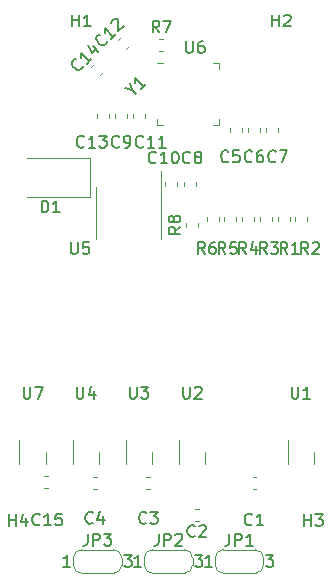
<source format=gbr>
G04 #@! TF.GenerationSoftware,KiCad,Pcbnew,5.1.5+dfsg1-2build2*
G04 #@! TF.CreationDate,2022-01-20T09:43:14-08:00*
G04 #@! TF.ProjectId,pcb_v1,7063625f-7631-42e6-9b69-6361645f7063,rev?*
G04 #@! TF.SameCoordinates,Original*
G04 #@! TF.FileFunction,Legend,Top*
G04 #@! TF.FilePolarity,Positive*
%FSLAX46Y46*%
G04 Gerber Fmt 4.6, Leading zero omitted, Abs format (unit mm)*
G04 Created by KiCad (PCBNEW 5.1.5+dfsg1-2build2) date 2022-01-20 09:43:14*
%MOMM*%
%LPD*%
G04 APERTURE LIST*
%ADD10C,0.120000*%
%ADD11C,0.150000*%
G04 APERTURE END LIST*
D10*
X164950000Y-130450000D02*
G75*
G02X165650000Y-129750000I700000J0D01*
G01*
X165650000Y-131750000D02*
G75*
G02X164950000Y-131050000I0J700000D01*
G01*
X169050000Y-131050000D02*
G75*
G02X168350000Y-131750000I-700000J0D01*
G01*
X168350000Y-129750000D02*
G75*
G02X169050000Y-130450000I0J-700000D01*
G01*
X165600000Y-129750000D02*
X168400000Y-129750000D01*
X169050000Y-130450000D02*
X169050000Y-131050000D01*
X168400000Y-131750000D02*
X165600000Y-131750000D01*
X164950000Y-131050000D02*
X164950000Y-130450000D01*
X170950000Y-130450000D02*
G75*
G02X171650000Y-129750000I700000J0D01*
G01*
X171650000Y-131750000D02*
G75*
G02X170950000Y-131050000I0J700000D01*
G01*
X175050000Y-131050000D02*
G75*
G02X174350000Y-131750000I-700000J0D01*
G01*
X174350000Y-129750000D02*
G75*
G02X175050000Y-130450000I0J-700000D01*
G01*
X171600000Y-129750000D02*
X174400000Y-129750000D01*
X175050000Y-130450000D02*
X175050000Y-131050000D01*
X174400000Y-131750000D02*
X171600000Y-131750000D01*
X170950000Y-131050000D02*
X170950000Y-130450000D01*
X176950000Y-130450000D02*
G75*
G02X177650000Y-129750000I700000J0D01*
G01*
X177650000Y-131750000D02*
G75*
G02X176950000Y-131050000I0J700000D01*
G01*
X181050000Y-131050000D02*
G75*
G02X180350000Y-131750000I-700000J0D01*
G01*
X180350000Y-129750000D02*
G75*
G02X181050000Y-130450000I0J-700000D01*
G01*
X177600000Y-129750000D02*
X180400000Y-129750000D01*
X181050000Y-130450000D02*
X181050000Y-131050000D01*
X180400000Y-131750000D02*
X177600000Y-131750000D01*
X176950000Y-131050000D02*
X176950000Y-130450000D01*
X160390000Y-120500000D02*
X160390000Y-122500000D01*
X162610000Y-121500000D02*
X162610000Y-122500000D01*
X175510000Y-102412779D02*
X175510000Y-102087221D01*
X174490000Y-102412779D02*
X174490000Y-102087221D01*
X162775279Y-123540000D02*
X162449721Y-123540000D01*
X162775279Y-124560000D02*
X162449721Y-124560000D01*
X172335000Y-101250000D02*
X172335000Y-103450000D01*
X166865000Y-101250000D02*
X166865000Y-103450000D01*
X166865000Y-101250000D02*
X166865000Y-99050000D01*
X172335000Y-101250000D02*
X172335000Y-97650000D01*
X172525000Y-88540000D02*
X172050000Y-88540000D01*
X177270000Y-93760000D02*
X177270000Y-93285000D01*
X176795000Y-93760000D02*
X177270000Y-93760000D01*
X172050000Y-93760000D02*
X172050000Y-93285000D01*
X172525000Y-93760000D02*
X172050000Y-93760000D01*
X177270000Y-88540000D02*
X177270000Y-89015000D01*
X176795000Y-88540000D02*
X177270000Y-88540000D01*
X164890000Y-120500000D02*
X164890000Y-122500000D01*
X167110000Y-121500000D02*
X167110000Y-122500000D01*
X172562779Y-86490000D02*
X172237221Y-86490000D01*
X172562779Y-87510000D02*
X172237221Y-87510000D01*
X177260000Y-101912779D02*
X177260000Y-101587221D01*
X176240000Y-101912779D02*
X176240000Y-101587221D01*
X178760000Y-101912779D02*
X178760000Y-101587221D01*
X177740000Y-101912779D02*
X177740000Y-101587221D01*
X180260000Y-101912779D02*
X180260000Y-101587221D01*
X179240000Y-101912779D02*
X179240000Y-101587221D01*
X181760000Y-101912779D02*
X181760000Y-101587221D01*
X180740000Y-101912779D02*
X180740000Y-101587221D01*
X166400000Y-99900000D02*
X161000000Y-99900000D01*
X166400000Y-96600000D02*
X161000000Y-96600000D01*
X166400000Y-99900000D02*
X166400000Y-96600000D01*
X167195522Y-89575727D02*
X167425727Y-89345522D01*
X166474273Y-88854478D02*
X166704478Y-88624273D01*
X168010000Y-93162779D02*
X168010000Y-92837221D01*
X166990000Y-93162779D02*
X166990000Y-92837221D01*
X168954478Y-86374273D02*
X168724273Y-86604478D01*
X169675727Y-87095522D02*
X169445522Y-87325727D01*
X169990000Y-92837221D02*
X169990000Y-93162779D01*
X171010000Y-92837221D02*
X171010000Y-93162779D01*
X172740000Y-98637221D02*
X172740000Y-98962779D01*
X173760000Y-98637221D02*
X173760000Y-98962779D01*
X168490000Y-92837221D02*
X168490000Y-93162779D01*
X169510000Y-92837221D02*
X169510000Y-93162779D01*
X174290000Y-98637221D02*
X174290000Y-98962779D01*
X175310000Y-98637221D02*
X175310000Y-98962779D01*
X181240000Y-94087221D02*
X181240000Y-94412779D01*
X182260000Y-94087221D02*
X182260000Y-94412779D01*
X179740000Y-94087221D02*
X179740000Y-94412779D01*
X180760000Y-94087221D02*
X180760000Y-94412779D01*
X178240000Y-94087221D02*
X178240000Y-94412779D01*
X179260000Y-94087221D02*
X179260000Y-94412779D01*
X166962779Y-123590000D02*
X166637221Y-123590000D01*
X166962779Y-124610000D02*
X166637221Y-124610000D01*
X171462779Y-123590000D02*
X171137221Y-123590000D01*
X171462779Y-124610000D02*
X171137221Y-124610000D01*
X175562779Y-126290000D02*
X175237221Y-126290000D01*
X175562779Y-127310000D02*
X175237221Y-127310000D01*
X180450279Y-123590000D02*
X180124721Y-123590000D01*
X180450279Y-124610000D02*
X180124721Y-124610000D01*
X169390000Y-120500000D02*
X169390000Y-122500000D01*
X171610000Y-121500000D02*
X171610000Y-122500000D01*
X173890000Y-120500000D02*
X173890000Y-122500000D01*
X176110000Y-121500000D02*
X176110000Y-122500000D01*
X183090000Y-120500000D02*
X183090000Y-122500000D01*
X185310000Y-121500000D02*
X185310000Y-122500000D01*
X184760000Y-101912779D02*
X184760000Y-101587221D01*
X183740000Y-101912779D02*
X183740000Y-101587221D01*
X183260000Y-101912779D02*
X183260000Y-101587221D01*
X182240000Y-101912779D02*
X182240000Y-101587221D01*
D11*
X166166666Y-128402380D02*
X166166666Y-129116666D01*
X166119047Y-129259523D01*
X166023809Y-129354761D01*
X165880952Y-129402380D01*
X165785714Y-129402380D01*
X166642857Y-129402380D02*
X166642857Y-128402380D01*
X167023809Y-128402380D01*
X167119047Y-128450000D01*
X167166666Y-128497619D01*
X167214285Y-128592857D01*
X167214285Y-128735714D01*
X167166666Y-128830952D01*
X167119047Y-128878571D01*
X167023809Y-128926190D01*
X166642857Y-128926190D01*
X167547619Y-128402380D02*
X168166666Y-128402380D01*
X167833333Y-128783333D01*
X167976190Y-128783333D01*
X168071428Y-128830952D01*
X168119047Y-128878571D01*
X168166666Y-128973809D01*
X168166666Y-129211904D01*
X168119047Y-129307142D01*
X168071428Y-129354761D01*
X167976190Y-129402380D01*
X167690476Y-129402380D01*
X167595238Y-129354761D01*
X167547619Y-129307142D01*
X164685714Y-131202380D02*
X164114285Y-131202380D01*
X164400000Y-131202380D02*
X164400000Y-130202380D01*
X164304761Y-130345238D01*
X164209523Y-130440476D01*
X164114285Y-130488095D01*
X169266666Y-130202380D02*
X169885714Y-130202380D01*
X169552380Y-130583333D01*
X169695238Y-130583333D01*
X169790476Y-130630952D01*
X169838095Y-130678571D01*
X169885714Y-130773809D01*
X169885714Y-131011904D01*
X169838095Y-131107142D01*
X169790476Y-131154761D01*
X169695238Y-131202380D01*
X169409523Y-131202380D01*
X169314285Y-131154761D01*
X169266666Y-131107142D01*
X172166666Y-128402380D02*
X172166666Y-129116666D01*
X172119047Y-129259523D01*
X172023809Y-129354761D01*
X171880952Y-129402380D01*
X171785714Y-129402380D01*
X172642857Y-129402380D02*
X172642857Y-128402380D01*
X173023809Y-128402380D01*
X173119047Y-128450000D01*
X173166666Y-128497619D01*
X173214285Y-128592857D01*
X173214285Y-128735714D01*
X173166666Y-128830952D01*
X173119047Y-128878571D01*
X173023809Y-128926190D01*
X172642857Y-128926190D01*
X173595238Y-128497619D02*
X173642857Y-128450000D01*
X173738095Y-128402380D01*
X173976190Y-128402380D01*
X174071428Y-128450000D01*
X174119047Y-128497619D01*
X174166666Y-128592857D01*
X174166666Y-128688095D01*
X174119047Y-128830952D01*
X173547619Y-129402380D01*
X174166666Y-129402380D01*
X170685714Y-131202380D02*
X170114285Y-131202380D01*
X170400000Y-131202380D02*
X170400000Y-130202380D01*
X170304761Y-130345238D01*
X170209523Y-130440476D01*
X170114285Y-130488095D01*
X175266666Y-130202380D02*
X175885714Y-130202380D01*
X175552380Y-130583333D01*
X175695238Y-130583333D01*
X175790476Y-130630952D01*
X175838095Y-130678571D01*
X175885714Y-130773809D01*
X175885714Y-131011904D01*
X175838095Y-131107142D01*
X175790476Y-131154761D01*
X175695238Y-131202380D01*
X175409523Y-131202380D01*
X175314285Y-131154761D01*
X175266666Y-131107142D01*
X178166666Y-128402380D02*
X178166666Y-129116666D01*
X178119047Y-129259523D01*
X178023809Y-129354761D01*
X177880952Y-129402380D01*
X177785714Y-129402380D01*
X178642857Y-129402380D02*
X178642857Y-128402380D01*
X179023809Y-128402380D01*
X179119047Y-128450000D01*
X179166666Y-128497619D01*
X179214285Y-128592857D01*
X179214285Y-128735714D01*
X179166666Y-128830952D01*
X179119047Y-128878571D01*
X179023809Y-128926190D01*
X178642857Y-128926190D01*
X180166666Y-129402380D02*
X179595238Y-129402380D01*
X179880952Y-129402380D02*
X179880952Y-128402380D01*
X179785714Y-128545238D01*
X179690476Y-128640476D01*
X179595238Y-128688095D01*
X176685714Y-131202380D02*
X176114285Y-131202380D01*
X176400000Y-131202380D02*
X176400000Y-130202380D01*
X176304761Y-130345238D01*
X176209523Y-130440476D01*
X176114285Y-130488095D01*
X181266666Y-130202380D02*
X181885714Y-130202380D01*
X181552380Y-130583333D01*
X181695238Y-130583333D01*
X181790476Y-130630952D01*
X181838095Y-130678571D01*
X181885714Y-130773809D01*
X181885714Y-131011904D01*
X181838095Y-131107142D01*
X181790476Y-131154761D01*
X181695238Y-131202380D01*
X181409523Y-131202380D01*
X181314285Y-131154761D01*
X181266666Y-131107142D01*
X160738095Y-115952380D02*
X160738095Y-116761904D01*
X160785714Y-116857142D01*
X160833333Y-116904761D01*
X160928571Y-116952380D01*
X161119047Y-116952380D01*
X161214285Y-116904761D01*
X161261904Y-116857142D01*
X161309523Y-116761904D01*
X161309523Y-115952380D01*
X161690476Y-115952380D02*
X162357142Y-115952380D01*
X161928571Y-116952380D01*
X174022380Y-102416666D02*
X173546190Y-102750000D01*
X174022380Y-102988095D02*
X173022380Y-102988095D01*
X173022380Y-102607142D01*
X173070000Y-102511904D01*
X173117619Y-102464285D01*
X173212857Y-102416666D01*
X173355714Y-102416666D01*
X173450952Y-102464285D01*
X173498571Y-102511904D01*
X173546190Y-102607142D01*
X173546190Y-102988095D01*
X173450952Y-101845238D02*
X173403333Y-101940476D01*
X173355714Y-101988095D01*
X173260476Y-102035714D01*
X173212857Y-102035714D01*
X173117619Y-101988095D01*
X173070000Y-101940476D01*
X173022380Y-101845238D01*
X173022380Y-101654761D01*
X173070000Y-101559523D01*
X173117619Y-101511904D01*
X173212857Y-101464285D01*
X173260476Y-101464285D01*
X173355714Y-101511904D01*
X173403333Y-101559523D01*
X173450952Y-101654761D01*
X173450952Y-101845238D01*
X173498571Y-101940476D01*
X173546190Y-101988095D01*
X173641428Y-102035714D01*
X173831904Y-102035714D01*
X173927142Y-101988095D01*
X173974761Y-101940476D01*
X174022380Y-101845238D01*
X174022380Y-101654761D01*
X173974761Y-101559523D01*
X173927142Y-101511904D01*
X173831904Y-101464285D01*
X173641428Y-101464285D01*
X173546190Y-101511904D01*
X173498571Y-101559523D01*
X173450952Y-101654761D01*
X162107142Y-127607142D02*
X162059523Y-127654761D01*
X161916666Y-127702380D01*
X161821428Y-127702380D01*
X161678571Y-127654761D01*
X161583333Y-127559523D01*
X161535714Y-127464285D01*
X161488095Y-127273809D01*
X161488095Y-127130952D01*
X161535714Y-126940476D01*
X161583333Y-126845238D01*
X161678571Y-126750000D01*
X161821428Y-126702380D01*
X161916666Y-126702380D01*
X162059523Y-126750000D01*
X162107142Y-126797619D01*
X163059523Y-127702380D02*
X162488095Y-127702380D01*
X162773809Y-127702380D02*
X162773809Y-126702380D01*
X162678571Y-126845238D01*
X162583333Y-126940476D01*
X162488095Y-126988095D01*
X163964285Y-126702380D02*
X163488095Y-126702380D01*
X163440476Y-127178571D01*
X163488095Y-127130952D01*
X163583333Y-127083333D01*
X163821428Y-127083333D01*
X163916666Y-127130952D01*
X163964285Y-127178571D01*
X164011904Y-127273809D01*
X164011904Y-127511904D01*
X163964285Y-127607142D01*
X163916666Y-127654761D01*
X163821428Y-127702380D01*
X163583333Y-127702380D01*
X163488095Y-127654761D01*
X163440476Y-127607142D01*
X159488095Y-127752380D02*
X159488095Y-126752380D01*
X159488095Y-127228571D02*
X160059523Y-127228571D01*
X160059523Y-127752380D02*
X160059523Y-126752380D01*
X160964285Y-127085714D02*
X160964285Y-127752380D01*
X160726190Y-126704761D02*
X160488095Y-127419047D01*
X161107142Y-127419047D01*
X184488095Y-127752380D02*
X184488095Y-126752380D01*
X184488095Y-127228571D02*
X185059523Y-127228571D01*
X185059523Y-127752380D02*
X185059523Y-126752380D01*
X185440476Y-126752380D02*
X186059523Y-126752380D01*
X185726190Y-127133333D01*
X185869047Y-127133333D01*
X185964285Y-127180952D01*
X186011904Y-127228571D01*
X186059523Y-127323809D01*
X186059523Y-127561904D01*
X186011904Y-127657142D01*
X185964285Y-127704761D01*
X185869047Y-127752380D01*
X185583333Y-127752380D01*
X185488095Y-127704761D01*
X185440476Y-127657142D01*
X181788095Y-85452380D02*
X181788095Y-84452380D01*
X181788095Y-84928571D02*
X182359523Y-84928571D01*
X182359523Y-85452380D02*
X182359523Y-84452380D01*
X182788095Y-84547619D02*
X182835714Y-84500000D01*
X182930952Y-84452380D01*
X183169047Y-84452380D01*
X183264285Y-84500000D01*
X183311904Y-84547619D01*
X183359523Y-84642857D01*
X183359523Y-84738095D01*
X183311904Y-84880952D01*
X182740476Y-85452380D01*
X183359523Y-85452380D01*
X164838095Y-85452380D02*
X164838095Y-84452380D01*
X164838095Y-84928571D02*
X165409523Y-84928571D01*
X165409523Y-85452380D02*
X165409523Y-84452380D01*
X166409523Y-85452380D02*
X165838095Y-85452380D01*
X166123809Y-85452380D02*
X166123809Y-84452380D01*
X166028571Y-84595238D01*
X165933333Y-84690476D01*
X165838095Y-84738095D01*
X164738095Y-103702380D02*
X164738095Y-104511904D01*
X164785714Y-104607142D01*
X164833333Y-104654761D01*
X164928571Y-104702380D01*
X165119047Y-104702380D01*
X165214285Y-104654761D01*
X165261904Y-104607142D01*
X165309523Y-104511904D01*
X165309523Y-103702380D01*
X166261904Y-103702380D02*
X165785714Y-103702380D01*
X165738095Y-104178571D01*
X165785714Y-104130952D01*
X165880952Y-104083333D01*
X166119047Y-104083333D01*
X166214285Y-104130952D01*
X166261904Y-104178571D01*
X166309523Y-104273809D01*
X166309523Y-104511904D01*
X166261904Y-104607142D01*
X166214285Y-104654761D01*
X166119047Y-104702380D01*
X165880952Y-104702380D01*
X165785714Y-104654761D01*
X165738095Y-104607142D01*
X169896446Y-90819881D02*
X170233164Y-91156599D01*
X169290355Y-90685194D02*
X169896446Y-90819881D01*
X169761759Y-90213790D01*
X171074957Y-90314805D02*
X170670896Y-90718866D01*
X170872927Y-90516835D02*
X170165820Y-89809729D01*
X170199492Y-89978087D01*
X170199492Y-90112774D01*
X170165820Y-90213790D01*
X174488095Y-86702380D02*
X174488095Y-87511904D01*
X174535714Y-87607142D01*
X174583333Y-87654761D01*
X174678571Y-87702380D01*
X174869047Y-87702380D01*
X174964285Y-87654761D01*
X175011904Y-87607142D01*
X175059523Y-87511904D01*
X175059523Y-86702380D01*
X175964285Y-86702380D02*
X175773809Y-86702380D01*
X175678571Y-86750000D01*
X175630952Y-86797619D01*
X175535714Y-86940476D01*
X175488095Y-87130952D01*
X175488095Y-87511904D01*
X175535714Y-87607142D01*
X175583333Y-87654761D01*
X175678571Y-87702380D01*
X175869047Y-87702380D01*
X175964285Y-87654761D01*
X176011904Y-87607142D01*
X176059523Y-87511904D01*
X176059523Y-87273809D01*
X176011904Y-87178571D01*
X175964285Y-87130952D01*
X175869047Y-87083333D01*
X175678571Y-87083333D01*
X175583333Y-87130952D01*
X175535714Y-87178571D01*
X175488095Y-87273809D01*
X165238095Y-115952380D02*
X165238095Y-116761904D01*
X165285714Y-116857142D01*
X165333333Y-116904761D01*
X165428571Y-116952380D01*
X165619047Y-116952380D01*
X165714285Y-116904761D01*
X165761904Y-116857142D01*
X165809523Y-116761904D01*
X165809523Y-115952380D01*
X166714285Y-116285714D02*
X166714285Y-116952380D01*
X166476190Y-115904761D02*
X166238095Y-116619047D01*
X166857142Y-116619047D01*
X172233333Y-85952380D02*
X171900000Y-85476190D01*
X171661904Y-85952380D02*
X171661904Y-84952380D01*
X172042857Y-84952380D01*
X172138095Y-85000000D01*
X172185714Y-85047619D01*
X172233333Y-85142857D01*
X172233333Y-85285714D01*
X172185714Y-85380952D01*
X172138095Y-85428571D01*
X172042857Y-85476190D01*
X171661904Y-85476190D01*
X172566666Y-84952380D02*
X173233333Y-84952380D01*
X172804761Y-85952380D01*
X176083333Y-104702380D02*
X175750000Y-104226190D01*
X175511904Y-104702380D02*
X175511904Y-103702380D01*
X175892857Y-103702380D01*
X175988095Y-103750000D01*
X176035714Y-103797619D01*
X176083333Y-103892857D01*
X176083333Y-104035714D01*
X176035714Y-104130952D01*
X175988095Y-104178571D01*
X175892857Y-104226190D01*
X175511904Y-104226190D01*
X176940476Y-103702380D02*
X176750000Y-103702380D01*
X176654761Y-103750000D01*
X176607142Y-103797619D01*
X176511904Y-103940476D01*
X176464285Y-104130952D01*
X176464285Y-104511904D01*
X176511904Y-104607142D01*
X176559523Y-104654761D01*
X176654761Y-104702380D01*
X176845238Y-104702380D01*
X176940476Y-104654761D01*
X176988095Y-104607142D01*
X177035714Y-104511904D01*
X177035714Y-104273809D01*
X176988095Y-104178571D01*
X176940476Y-104130952D01*
X176845238Y-104083333D01*
X176654761Y-104083333D01*
X176559523Y-104130952D01*
X176511904Y-104178571D01*
X176464285Y-104273809D01*
X177833333Y-104702380D02*
X177500000Y-104226190D01*
X177261904Y-104702380D02*
X177261904Y-103702380D01*
X177642857Y-103702380D01*
X177738095Y-103750000D01*
X177785714Y-103797619D01*
X177833333Y-103892857D01*
X177833333Y-104035714D01*
X177785714Y-104130952D01*
X177738095Y-104178571D01*
X177642857Y-104226190D01*
X177261904Y-104226190D01*
X178738095Y-103702380D02*
X178261904Y-103702380D01*
X178214285Y-104178571D01*
X178261904Y-104130952D01*
X178357142Y-104083333D01*
X178595238Y-104083333D01*
X178690476Y-104130952D01*
X178738095Y-104178571D01*
X178785714Y-104273809D01*
X178785714Y-104511904D01*
X178738095Y-104607142D01*
X178690476Y-104654761D01*
X178595238Y-104702380D01*
X178357142Y-104702380D01*
X178261904Y-104654761D01*
X178214285Y-104607142D01*
X179583333Y-104702380D02*
X179250000Y-104226190D01*
X179011904Y-104702380D02*
X179011904Y-103702380D01*
X179392857Y-103702380D01*
X179488095Y-103750000D01*
X179535714Y-103797619D01*
X179583333Y-103892857D01*
X179583333Y-104035714D01*
X179535714Y-104130952D01*
X179488095Y-104178571D01*
X179392857Y-104226190D01*
X179011904Y-104226190D01*
X180440476Y-104035714D02*
X180440476Y-104702380D01*
X180202380Y-103654761D02*
X179964285Y-104369047D01*
X180583333Y-104369047D01*
X181333333Y-104702380D02*
X181000000Y-104226190D01*
X180761904Y-104702380D02*
X180761904Y-103702380D01*
X181142857Y-103702380D01*
X181238095Y-103750000D01*
X181285714Y-103797619D01*
X181333333Y-103892857D01*
X181333333Y-104035714D01*
X181285714Y-104130952D01*
X181238095Y-104178571D01*
X181142857Y-104226190D01*
X180761904Y-104226190D01*
X181666666Y-103702380D02*
X182285714Y-103702380D01*
X181952380Y-104083333D01*
X182095238Y-104083333D01*
X182190476Y-104130952D01*
X182238095Y-104178571D01*
X182285714Y-104273809D01*
X182285714Y-104511904D01*
X182238095Y-104607142D01*
X182190476Y-104654761D01*
X182095238Y-104702380D01*
X181809523Y-104702380D01*
X181714285Y-104654761D01*
X181666666Y-104607142D01*
X162261904Y-101202380D02*
X162261904Y-100202380D01*
X162500000Y-100202380D01*
X162642857Y-100250000D01*
X162738095Y-100345238D01*
X162785714Y-100440476D01*
X162833333Y-100630952D01*
X162833333Y-100773809D01*
X162785714Y-100964285D01*
X162738095Y-101059523D01*
X162642857Y-101154761D01*
X162500000Y-101202380D01*
X162261904Y-101202380D01*
X163785714Y-101202380D02*
X163214285Y-101202380D01*
X163500000Y-101202380D02*
X163500000Y-100202380D01*
X163404761Y-100345238D01*
X163309523Y-100440476D01*
X163214285Y-100488095D01*
X165736806Y-88795943D02*
X165736806Y-88863287D01*
X165669462Y-88997974D01*
X165602119Y-89065317D01*
X165467432Y-89132661D01*
X165332745Y-89132661D01*
X165231730Y-89098989D01*
X165063371Y-88997974D01*
X164962356Y-88896959D01*
X164861340Y-88728600D01*
X164827669Y-88627585D01*
X164827669Y-88492898D01*
X164895012Y-88358211D01*
X164962356Y-88290867D01*
X165097043Y-88223524D01*
X165164386Y-88223524D01*
X166477585Y-88189852D02*
X166073524Y-88593913D01*
X166275554Y-88391882D02*
X165568447Y-87684775D01*
X165602119Y-87853134D01*
X165602119Y-87987821D01*
X165568447Y-88088837D01*
X166612272Y-87112356D02*
X167083676Y-87583760D01*
X166174539Y-87011340D02*
X166511256Y-87684775D01*
X166948989Y-87247043D01*
X165857142Y-95607142D02*
X165809523Y-95654761D01*
X165666666Y-95702380D01*
X165571428Y-95702380D01*
X165428571Y-95654761D01*
X165333333Y-95559523D01*
X165285714Y-95464285D01*
X165238095Y-95273809D01*
X165238095Y-95130952D01*
X165285714Y-94940476D01*
X165333333Y-94845238D01*
X165428571Y-94750000D01*
X165571428Y-94702380D01*
X165666666Y-94702380D01*
X165809523Y-94750000D01*
X165857142Y-94797619D01*
X166809523Y-95702380D02*
X166238095Y-95702380D01*
X166523809Y-95702380D02*
X166523809Y-94702380D01*
X166428571Y-94845238D01*
X166333333Y-94940476D01*
X166238095Y-94988095D01*
X167142857Y-94702380D02*
X167761904Y-94702380D01*
X167428571Y-95083333D01*
X167571428Y-95083333D01*
X167666666Y-95130952D01*
X167714285Y-95178571D01*
X167761904Y-95273809D01*
X167761904Y-95511904D01*
X167714285Y-95607142D01*
X167666666Y-95654761D01*
X167571428Y-95702380D01*
X167285714Y-95702380D01*
X167190476Y-95654761D01*
X167142857Y-95607142D01*
X167797969Y-86707106D02*
X167797969Y-86774450D01*
X167730625Y-86909137D01*
X167663282Y-86976480D01*
X167528595Y-87043824D01*
X167393908Y-87043824D01*
X167292893Y-87010152D01*
X167124534Y-86909137D01*
X167023519Y-86808122D01*
X166922503Y-86639763D01*
X166888832Y-86538748D01*
X166888832Y-86404061D01*
X166956175Y-86269374D01*
X167023519Y-86202030D01*
X167158206Y-86134687D01*
X167225549Y-86134687D01*
X168538748Y-86101015D02*
X168134687Y-86505076D01*
X168336717Y-86303045D02*
X167629610Y-85595938D01*
X167663282Y-85764297D01*
X167663282Y-85898984D01*
X167629610Y-86000000D01*
X168168358Y-85191877D02*
X168168358Y-85124534D01*
X168202030Y-85023519D01*
X168370389Y-84855160D01*
X168471404Y-84821488D01*
X168538748Y-84821488D01*
X168639763Y-84855160D01*
X168707106Y-84922503D01*
X168774450Y-85057190D01*
X168774450Y-85865312D01*
X169212183Y-85427580D01*
X170857142Y-95607142D02*
X170809523Y-95654761D01*
X170666666Y-95702380D01*
X170571428Y-95702380D01*
X170428571Y-95654761D01*
X170333333Y-95559523D01*
X170285714Y-95464285D01*
X170238095Y-95273809D01*
X170238095Y-95130952D01*
X170285714Y-94940476D01*
X170333333Y-94845238D01*
X170428571Y-94750000D01*
X170571428Y-94702380D01*
X170666666Y-94702380D01*
X170809523Y-94750000D01*
X170857142Y-94797619D01*
X171809523Y-95702380D02*
X171238095Y-95702380D01*
X171523809Y-95702380D02*
X171523809Y-94702380D01*
X171428571Y-94845238D01*
X171333333Y-94940476D01*
X171238095Y-94988095D01*
X172761904Y-95702380D02*
X172190476Y-95702380D01*
X172476190Y-95702380D02*
X172476190Y-94702380D01*
X172380952Y-94845238D01*
X172285714Y-94940476D01*
X172190476Y-94988095D01*
X171957142Y-96957142D02*
X171909523Y-97004761D01*
X171766666Y-97052380D01*
X171671428Y-97052380D01*
X171528571Y-97004761D01*
X171433333Y-96909523D01*
X171385714Y-96814285D01*
X171338095Y-96623809D01*
X171338095Y-96480952D01*
X171385714Y-96290476D01*
X171433333Y-96195238D01*
X171528571Y-96100000D01*
X171671428Y-96052380D01*
X171766666Y-96052380D01*
X171909523Y-96100000D01*
X171957142Y-96147619D01*
X172909523Y-97052380D02*
X172338095Y-97052380D01*
X172623809Y-97052380D02*
X172623809Y-96052380D01*
X172528571Y-96195238D01*
X172433333Y-96290476D01*
X172338095Y-96338095D01*
X173528571Y-96052380D02*
X173623809Y-96052380D01*
X173719047Y-96100000D01*
X173766666Y-96147619D01*
X173814285Y-96242857D01*
X173861904Y-96433333D01*
X173861904Y-96671428D01*
X173814285Y-96861904D01*
X173766666Y-96957142D01*
X173719047Y-97004761D01*
X173623809Y-97052380D01*
X173528571Y-97052380D01*
X173433333Y-97004761D01*
X173385714Y-96957142D01*
X173338095Y-96861904D01*
X173290476Y-96671428D01*
X173290476Y-96433333D01*
X173338095Y-96242857D01*
X173385714Y-96147619D01*
X173433333Y-96100000D01*
X173528571Y-96052380D01*
X168833333Y-95607142D02*
X168785714Y-95654761D01*
X168642857Y-95702380D01*
X168547619Y-95702380D01*
X168404761Y-95654761D01*
X168309523Y-95559523D01*
X168261904Y-95464285D01*
X168214285Y-95273809D01*
X168214285Y-95130952D01*
X168261904Y-94940476D01*
X168309523Y-94845238D01*
X168404761Y-94750000D01*
X168547619Y-94702380D01*
X168642857Y-94702380D01*
X168785714Y-94750000D01*
X168833333Y-94797619D01*
X169309523Y-95702380D02*
X169500000Y-95702380D01*
X169595238Y-95654761D01*
X169642857Y-95607142D01*
X169738095Y-95464285D01*
X169785714Y-95273809D01*
X169785714Y-94892857D01*
X169738095Y-94797619D01*
X169690476Y-94750000D01*
X169595238Y-94702380D01*
X169404761Y-94702380D01*
X169309523Y-94750000D01*
X169261904Y-94797619D01*
X169214285Y-94892857D01*
X169214285Y-95130952D01*
X169261904Y-95226190D01*
X169309523Y-95273809D01*
X169404761Y-95321428D01*
X169595238Y-95321428D01*
X169690476Y-95273809D01*
X169738095Y-95226190D01*
X169785714Y-95130952D01*
X174833333Y-96957142D02*
X174785714Y-97004761D01*
X174642857Y-97052380D01*
X174547619Y-97052380D01*
X174404761Y-97004761D01*
X174309523Y-96909523D01*
X174261904Y-96814285D01*
X174214285Y-96623809D01*
X174214285Y-96480952D01*
X174261904Y-96290476D01*
X174309523Y-96195238D01*
X174404761Y-96100000D01*
X174547619Y-96052380D01*
X174642857Y-96052380D01*
X174785714Y-96100000D01*
X174833333Y-96147619D01*
X175404761Y-96480952D02*
X175309523Y-96433333D01*
X175261904Y-96385714D01*
X175214285Y-96290476D01*
X175214285Y-96242857D01*
X175261904Y-96147619D01*
X175309523Y-96100000D01*
X175404761Y-96052380D01*
X175595238Y-96052380D01*
X175690476Y-96100000D01*
X175738095Y-96147619D01*
X175785714Y-96242857D01*
X175785714Y-96290476D01*
X175738095Y-96385714D01*
X175690476Y-96433333D01*
X175595238Y-96480952D01*
X175404761Y-96480952D01*
X175309523Y-96528571D01*
X175261904Y-96576190D01*
X175214285Y-96671428D01*
X175214285Y-96861904D01*
X175261904Y-96957142D01*
X175309523Y-97004761D01*
X175404761Y-97052380D01*
X175595238Y-97052380D01*
X175690476Y-97004761D01*
X175738095Y-96957142D01*
X175785714Y-96861904D01*
X175785714Y-96671428D01*
X175738095Y-96576190D01*
X175690476Y-96528571D01*
X175595238Y-96480952D01*
X182083333Y-96857142D02*
X182035714Y-96904761D01*
X181892857Y-96952380D01*
X181797619Y-96952380D01*
X181654761Y-96904761D01*
X181559523Y-96809523D01*
X181511904Y-96714285D01*
X181464285Y-96523809D01*
X181464285Y-96380952D01*
X181511904Y-96190476D01*
X181559523Y-96095238D01*
X181654761Y-96000000D01*
X181797619Y-95952380D01*
X181892857Y-95952380D01*
X182035714Y-96000000D01*
X182083333Y-96047619D01*
X182416666Y-95952380D02*
X183083333Y-95952380D01*
X182654761Y-96952380D01*
X180083333Y-96857142D02*
X180035714Y-96904761D01*
X179892857Y-96952380D01*
X179797619Y-96952380D01*
X179654761Y-96904761D01*
X179559523Y-96809523D01*
X179511904Y-96714285D01*
X179464285Y-96523809D01*
X179464285Y-96380952D01*
X179511904Y-96190476D01*
X179559523Y-96095238D01*
X179654761Y-96000000D01*
X179797619Y-95952380D01*
X179892857Y-95952380D01*
X180035714Y-96000000D01*
X180083333Y-96047619D01*
X180940476Y-95952380D02*
X180750000Y-95952380D01*
X180654761Y-96000000D01*
X180607142Y-96047619D01*
X180511904Y-96190476D01*
X180464285Y-96380952D01*
X180464285Y-96761904D01*
X180511904Y-96857142D01*
X180559523Y-96904761D01*
X180654761Y-96952380D01*
X180845238Y-96952380D01*
X180940476Y-96904761D01*
X180988095Y-96857142D01*
X181035714Y-96761904D01*
X181035714Y-96523809D01*
X180988095Y-96428571D01*
X180940476Y-96380952D01*
X180845238Y-96333333D01*
X180654761Y-96333333D01*
X180559523Y-96380952D01*
X180511904Y-96428571D01*
X180464285Y-96523809D01*
X178083333Y-96857142D02*
X178035714Y-96904761D01*
X177892857Y-96952380D01*
X177797619Y-96952380D01*
X177654761Y-96904761D01*
X177559523Y-96809523D01*
X177511904Y-96714285D01*
X177464285Y-96523809D01*
X177464285Y-96380952D01*
X177511904Y-96190476D01*
X177559523Y-96095238D01*
X177654761Y-96000000D01*
X177797619Y-95952380D01*
X177892857Y-95952380D01*
X178035714Y-96000000D01*
X178083333Y-96047619D01*
X178988095Y-95952380D02*
X178511904Y-95952380D01*
X178464285Y-96428571D01*
X178511904Y-96380952D01*
X178607142Y-96333333D01*
X178845238Y-96333333D01*
X178940476Y-96380952D01*
X178988095Y-96428571D01*
X179035714Y-96523809D01*
X179035714Y-96761904D01*
X178988095Y-96857142D01*
X178940476Y-96904761D01*
X178845238Y-96952380D01*
X178607142Y-96952380D01*
X178511904Y-96904761D01*
X178464285Y-96857142D01*
X166595833Y-127457142D02*
X166548214Y-127504761D01*
X166405357Y-127552380D01*
X166310119Y-127552380D01*
X166167261Y-127504761D01*
X166072023Y-127409523D01*
X166024404Y-127314285D01*
X165976785Y-127123809D01*
X165976785Y-126980952D01*
X166024404Y-126790476D01*
X166072023Y-126695238D01*
X166167261Y-126600000D01*
X166310119Y-126552380D01*
X166405357Y-126552380D01*
X166548214Y-126600000D01*
X166595833Y-126647619D01*
X167452976Y-126885714D02*
X167452976Y-127552380D01*
X167214880Y-126504761D02*
X166976785Y-127219047D01*
X167595833Y-127219047D01*
X171133333Y-127457142D02*
X171085714Y-127504761D01*
X170942857Y-127552380D01*
X170847619Y-127552380D01*
X170704761Y-127504761D01*
X170609523Y-127409523D01*
X170561904Y-127314285D01*
X170514285Y-127123809D01*
X170514285Y-126980952D01*
X170561904Y-126790476D01*
X170609523Y-126695238D01*
X170704761Y-126600000D01*
X170847619Y-126552380D01*
X170942857Y-126552380D01*
X171085714Y-126600000D01*
X171133333Y-126647619D01*
X171466666Y-126552380D02*
X172085714Y-126552380D01*
X171752380Y-126933333D01*
X171895238Y-126933333D01*
X171990476Y-126980952D01*
X172038095Y-127028571D01*
X172085714Y-127123809D01*
X172085714Y-127361904D01*
X172038095Y-127457142D01*
X171990476Y-127504761D01*
X171895238Y-127552380D01*
X171609523Y-127552380D01*
X171514285Y-127504761D01*
X171466666Y-127457142D01*
X175233333Y-128587142D02*
X175185714Y-128634761D01*
X175042857Y-128682380D01*
X174947619Y-128682380D01*
X174804761Y-128634761D01*
X174709523Y-128539523D01*
X174661904Y-128444285D01*
X174614285Y-128253809D01*
X174614285Y-128110952D01*
X174661904Y-127920476D01*
X174709523Y-127825238D01*
X174804761Y-127730000D01*
X174947619Y-127682380D01*
X175042857Y-127682380D01*
X175185714Y-127730000D01*
X175233333Y-127777619D01*
X175614285Y-127777619D02*
X175661904Y-127730000D01*
X175757142Y-127682380D01*
X175995238Y-127682380D01*
X176090476Y-127730000D01*
X176138095Y-127777619D01*
X176185714Y-127872857D01*
X176185714Y-127968095D01*
X176138095Y-128110952D01*
X175566666Y-128682380D01*
X176185714Y-128682380D01*
X180083333Y-127607142D02*
X180035714Y-127654761D01*
X179892857Y-127702380D01*
X179797619Y-127702380D01*
X179654761Y-127654761D01*
X179559523Y-127559523D01*
X179511904Y-127464285D01*
X179464285Y-127273809D01*
X179464285Y-127130952D01*
X179511904Y-126940476D01*
X179559523Y-126845238D01*
X179654761Y-126750000D01*
X179797619Y-126702380D01*
X179892857Y-126702380D01*
X180035714Y-126750000D01*
X180083333Y-126797619D01*
X181035714Y-127702380D02*
X180464285Y-127702380D01*
X180750000Y-127702380D02*
X180750000Y-126702380D01*
X180654761Y-126845238D01*
X180559523Y-126940476D01*
X180464285Y-126988095D01*
X169738095Y-115952380D02*
X169738095Y-116761904D01*
X169785714Y-116857142D01*
X169833333Y-116904761D01*
X169928571Y-116952380D01*
X170119047Y-116952380D01*
X170214285Y-116904761D01*
X170261904Y-116857142D01*
X170309523Y-116761904D01*
X170309523Y-115952380D01*
X170690476Y-115952380D02*
X171309523Y-115952380D01*
X170976190Y-116333333D01*
X171119047Y-116333333D01*
X171214285Y-116380952D01*
X171261904Y-116428571D01*
X171309523Y-116523809D01*
X171309523Y-116761904D01*
X171261904Y-116857142D01*
X171214285Y-116904761D01*
X171119047Y-116952380D01*
X170833333Y-116952380D01*
X170738095Y-116904761D01*
X170690476Y-116857142D01*
X174238095Y-115952380D02*
X174238095Y-116761904D01*
X174285714Y-116857142D01*
X174333333Y-116904761D01*
X174428571Y-116952380D01*
X174619047Y-116952380D01*
X174714285Y-116904761D01*
X174761904Y-116857142D01*
X174809523Y-116761904D01*
X174809523Y-115952380D01*
X175238095Y-116047619D02*
X175285714Y-116000000D01*
X175380952Y-115952380D01*
X175619047Y-115952380D01*
X175714285Y-116000000D01*
X175761904Y-116047619D01*
X175809523Y-116142857D01*
X175809523Y-116238095D01*
X175761904Y-116380952D01*
X175190476Y-116952380D01*
X175809523Y-116952380D01*
X183438095Y-115952380D02*
X183438095Y-116761904D01*
X183485714Y-116857142D01*
X183533333Y-116904761D01*
X183628571Y-116952380D01*
X183819047Y-116952380D01*
X183914285Y-116904761D01*
X183961904Y-116857142D01*
X184009523Y-116761904D01*
X184009523Y-115952380D01*
X185009523Y-116952380D02*
X184438095Y-116952380D01*
X184723809Y-116952380D02*
X184723809Y-115952380D01*
X184628571Y-116095238D01*
X184533333Y-116190476D01*
X184438095Y-116238095D01*
X184833333Y-104702380D02*
X184500000Y-104226190D01*
X184261904Y-104702380D02*
X184261904Y-103702380D01*
X184642857Y-103702380D01*
X184738095Y-103750000D01*
X184785714Y-103797619D01*
X184833333Y-103892857D01*
X184833333Y-104035714D01*
X184785714Y-104130952D01*
X184738095Y-104178571D01*
X184642857Y-104226190D01*
X184261904Y-104226190D01*
X185214285Y-103797619D02*
X185261904Y-103750000D01*
X185357142Y-103702380D01*
X185595238Y-103702380D01*
X185690476Y-103750000D01*
X185738095Y-103797619D01*
X185785714Y-103892857D01*
X185785714Y-103988095D01*
X185738095Y-104130952D01*
X185166666Y-104702380D01*
X185785714Y-104702380D01*
X183083333Y-104702380D02*
X182750000Y-104226190D01*
X182511904Y-104702380D02*
X182511904Y-103702380D01*
X182892857Y-103702380D01*
X182988095Y-103750000D01*
X183035714Y-103797619D01*
X183083333Y-103892857D01*
X183083333Y-104035714D01*
X183035714Y-104130952D01*
X182988095Y-104178571D01*
X182892857Y-104226190D01*
X182511904Y-104226190D01*
X184035714Y-104702380D02*
X183464285Y-104702380D01*
X183750000Y-104702380D02*
X183750000Y-103702380D01*
X183654761Y-103845238D01*
X183559523Y-103940476D01*
X183464285Y-103988095D01*
M02*

</source>
